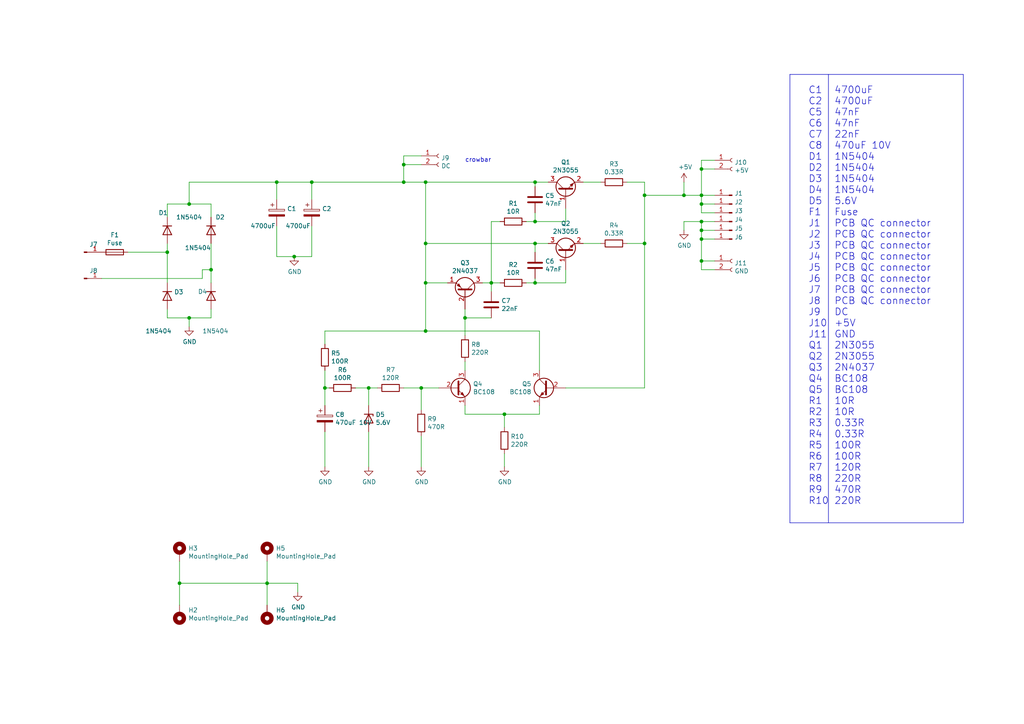
<source format=kicad_sch>
(kicad_sch (version 20211123) (generator eeschema)
  (paper "A4")
  (title_block (title "Educ 8 PSU") (date "2019-07-22") (rev "1") (company "Gwyllym Suter"))
  (lib_symbols
    (symbol "Connector:Conn_01x01_Male" (pin_names (offset 1.016) hide)
      (property "Reference" "J" (at 0 2.54 0))
      (property "Value" "Conn_01x01_Male" (at 0 -2.54 0))
      (symbol "Conn_01x01_Male_1_1"
        (polyline (pts (xy 1.27 0) (xy 0.8636 0)) (stroke (width 0.1524)))
        (rectangle (start 0.8636 0.127) (end 0 -0.127) (stroke (width 0.1524)) (fill (type outline)))
        (pin passive line (at 5.08 0 180) (length 3.81) (name "Pin_1") (number "1"))
      )
    )
    (symbol "Connector:Conn_01x02_Female" (pin_names (offset 1.016) hide)
      (property "Reference" "J" (at 0 2.54 0))
      (property "Value" "Conn_01x02_Female" (at 0 -5.08 0))
      (symbol "Conn_01x02_Female_1_1"
        (arc (start 0 -2.032) (mid -0.508 -2.54) (end 0 -3.048) (stroke (width 0.1524)))
        (polyline (pts (xy -1.27 -2.54) (xy -0.508 -2.54)) (stroke (width 0.1524)))
        (polyline (pts (xy -1.27 0) (xy -0.508 0)) (stroke (width 0.1524)))
        (arc (start 0 0.508) (mid -0.508 0) (end 0 -0.508) (stroke (width 0.1524)))
        (pin passive line (at -5.08 0 0) (length 3.81) (name "Pin_1") (number "1"))
        (pin passive line (at -5.08 -2.54 0) (length 3.81) (name "Pin_2") (number "2"))
      )
    )
    (symbol "Device:C" (pin_numbers hide) (pin_names (offset 0.254))
      (property "Reference" "C" (at 0.635 2.54 0))
      (property "Value" "C" (at 0.635 -2.54 0))
      (symbol "C_0_1"
        (polyline (pts (xy -2.032 -0.762) (xy 2.032 -0.762)) (stroke (width 0.508)))
        (polyline (pts (xy -2.032 0.762) (xy 2.032 0.762)) (stroke (width 0.508)))
      )
      (symbol "C_1_1"
        (pin passive line (at 0 3.81 270) (length 2.794) (name "~") (number "1"))
        (pin passive line (at 0 -3.81 90) (length 2.794) (name "~") (number "2"))
      )
    )
    (symbol "Device:D_Zener" (pin_numbers hide) (pin_names (offset 1.016) hide)
      (property "Reference" "D" (at 0 2.54 0))
      (property "Value" "D_Zener" (at 0 -2.54 0))
      (symbol "D_Zener_0_1"
        (polyline (pts (xy 1.27 0) (xy -1.27 0)))
        (polyline (pts (xy -1.27 -1.27) (xy -1.27 1.27) (xy -0.762 1.27)) (stroke (width 0.254)))
        (polyline (pts (xy 1.27 -1.27) (xy 1.27 1.27) (xy -1.27 0) (xy 1.27 -1.27)) (stroke (width 0.254)))
      )
      (symbol "D_Zener_1_1"
        (pin passive line (at -3.81 0 0) (length 2.54) (name "K") (number "1"))
        (pin passive line (at 3.81 0 180) (length 2.54) (name "A") (number "2"))
      )
    )
    (symbol "Device:Fuse" (pin_numbers hide) (pin_names (offset 0))
      (property "Reference" "F" (at 2.032 0 90))
      (property "Value" "Fuse" (at -1.905 0 90))
      (symbol "Fuse_0_1"
        (rectangle (start -0.762 -2.54) (end 0.762 2.54) (stroke (width 0.254)))
        (polyline (pts (xy 0 2.54) (xy 0 -2.54)))
      )
      (symbol "Fuse_1_1"
        (pin passive line (at 0 3.81 270) (length 1.27) (name "~") (number "1"))
        (pin passive line (at 0 -3.81 90) (length 1.27) (name "~") (number "2"))
      )
    )
    (symbol "Device:R" (pin_numbers hide) (pin_names (offset 0))
      (property "Reference" "R" (at 2.032 0 90))
      (property "Value" "R" (at 0 0 90))
      (symbol "R_0_1"
        (rectangle (start -1.016 -2.54) (end 1.016 2.54) (stroke (width 0.254)))
      )
      (symbol "R_1_1"
        (pin passive line (at 0 3.81 270) (length 1.27) (name "~") (number "1"))
        (pin passive line (at 0 -3.81 90) (length 1.27) (name "~") (number "2"))
      )
    )
    (symbol "Diode:1N5404" (pin_numbers hide) (pin_names hide)
      (property "Reference" "D" (at 0 2.54 0))
      (property "Value" "1N5404" (at 0 -2.54 0))
      (symbol "1N5404_0_1"
        (polyline (pts (xy -1.27 1.27) (xy -1.27 -1.27)) (stroke (width 0.254)))
        (polyline (pts (xy 1.27 0) (xy -1.27 0)))
        (polyline (pts (xy 1.27 1.27) (xy 1.27 -1.27) (xy -1.27 0) (xy 1.27 1.27)) (stroke (width 0.254)))
      )
      (symbol "1N5404_1_1"
        (pin passive line (at -3.81 0 0) (length 2.54) (name "K") (number "1"))
        (pin passive line (at 3.81 0 180) (length 2.54) (name "A") (number "2"))
      )
    )
    (symbol "EDUC-8-PSU-rescue:CP-Device" (pin_numbers hide) (pin_names (offset 0.254))
      (property "Reference" "C" (at 0.635 2.54 0))
      (property "Value" "CP-Device" (at 0.635 -2.54 0))
      (symbol "CP-Device_0_1"
        (rectangle (start -2.286 0.508) (end 2.286 1.016))
        (polyline (pts (xy -1.778 2.286) (xy -0.762 2.286)))
        (polyline (pts (xy -1.27 2.794) (xy -1.27 1.778)))
        (rectangle (start 2.286 -0.508) (end -2.286 -1.016) (fill (type outline)))
      )
      (symbol "CP-Device_1_1"
        (pin passive line (at 0 3.81 270) (length 2.794) (name "~") (number "1"))
        (pin passive line (at 0 -3.81 90) (length 2.794) (name "~") (number "2"))
      )
    )
    (symbol "Mechanical:MountingHole_Pad" (pin_numbers hide) (pin_names (offset 1.016) hide)
      (property "Reference" "H" (at 0 6.35 0))
      (property "Value" "MountingHole_Pad" (at 0 4.445 0))
      (symbol "MountingHole_Pad_0_1"
        (circle (center 0 1.27) (radius 1.27) (stroke (width 1.27)))
      )
      (symbol "MountingHole_Pad_1_1"
        (pin input line (at 0 -2.54 90) (length 2.54) (name "1") (number "1"))
      )
    )
    (symbol "Transistor_BJT:2N3055" (pin_names (offset 0) hide)
      (property "Reference" "Q" (at 5.08 1.905 0))
      (property "Value" "2N3055" (at 5.08 0 0))
      (symbol "2N3055_0_1"
        (polyline (pts (xy 0.635 0.635) (xy 2.54 2.54)))
        (polyline (pts (xy 0.635 -0.635) (xy 2.54 -2.54) (xy 2.54 -2.54)))
        (polyline (pts (xy 0.635 1.905) (xy 0.635 -1.905) (xy 0.635 -1.905)) (stroke (width 0.508)))
        (polyline (pts (xy 1.27 -1.778) (xy 1.778 -1.27) (xy 2.286 -2.286) (xy 1.27 -1.778) (xy 1.27 -1.778)) (fill (type outline)))
        (circle (center 1.27 0) (radius 2.8194) (stroke (width 0.254)))
      )
      (symbol "2N3055_1_1"
        (pin input line (at -5.08 0 0) (length 5.715) (name "B") (number "1"))
        (pin passive line (at 2.54 -5.08 90) (length 2.54) (name "E") (number "2"))
        (pin passive line (at 2.54 5.08 270) (length 2.54) (name "C") (number "3"))
      )
    )
    (symbol "Transistor_BJT:2N3905" (pin_names (offset 0) hide)
      (property "Reference" "Q" (at 5.08 1.905 0))
      (property "Value" "2N3905" (at 5.08 0 0))
      (symbol "2N3905_0_1"
        (polyline (pts (xy 0.635 0.635) (xy 2.54 2.54)))
        (polyline (pts (xy 0.635 -0.635) (xy 2.54 -2.54) (xy 2.54 -2.54)))
        (polyline (pts (xy 0.635 1.905) (xy 0.635 -1.905) (xy 0.635 -1.905)) (stroke (width 0.508)))
        (polyline (pts (xy 2.286 -1.778) (xy 1.778 -2.286) (xy 1.27 -1.27) (xy 2.286 -1.778) (xy 2.286 -1.778)) (fill (type outline)))
        (circle (center 1.27 0) (radius 2.8194) (stroke (width 0.254)))
      )
      (symbol "2N3905_1_1"
        (pin passive line (at 2.54 -5.08 90) (length 2.54) (name "E") (number "1"))
        (pin input line (at -5.08 0 0) (length 5.715) (name "B") (number "2"))
        (pin passive line (at 2.54 5.08 270) (length 2.54) (name "C") (number "3"))
      )
    )
    (symbol "Transistor_BJT:BC108" (pin_names (offset 0) hide)
      (property "Reference" "Q" (at 5.08 1.905 0))
      (property "Value" "BC108" (at 5.08 0 0))
      (symbol "BC108_0_1"
        (polyline (pts (xy 0.635 0.635) (xy 2.54 2.54)))
        (polyline (pts (xy 0.635 -0.635) (xy 2.54 -2.54) (xy 2.54 -2.54)))
        (polyline (pts (xy 0.635 1.905) (xy 0.635 -1.905) (xy 0.635 -1.905)) (stroke (width 0.508)))
        (polyline (pts (xy 1.27 -1.778) (xy 1.778 -1.27) (xy 2.286 -2.286) (xy 1.27 -1.778) (xy 1.27 -1.778)) (fill (type outline)))
        (circle (center 1.27 0) (radius 2.8194) (stroke (width 0.254)))
      )
      (symbol "BC108_1_1"
        (pin passive line (at 2.54 -5.08 90) (length 2.54) (name "E") (number "1"))
        (pin input line (at -5.08 0 0) (length 5.715) (name "B") (number "2"))
        (pin passive line (at 2.54 5.08 270) (length 2.54) (name "C") (number "3"))
      )
    )
    (symbol "power:+5V" (power) (pin_names (offset 0))
      (property "Value" "+5V" (at 0 3.556 0))
      (symbol "+5V_0_1"
        (polyline (pts (xy -0.762 1.27) (xy 0 2.54)))
        (polyline (pts (xy 0 0) (xy 0 2.54)))
        (polyline (pts (xy 0 2.54) (xy 0.762 1.27)))
      )
      (symbol "+5V_1_1"
        (pin power_in line (at 0 0 90) (length 0) hide (name "+5V") (number "1"))
      )
    )
    (symbol "power:GND" (power) (pin_names (offset 0))
      (property "Value" "GND" (at 0 -3.81 0))
      (symbol "GND_0_1"
        (polyline (pts (xy 0 0) (xy 0 -1.27) (xy 1.27 -1.27) (xy 0 -2.54) (xy -1.27 -1.27) (xy 0 -1.27)))
      )
      (symbol "GND_1_1"
        (pin power_in line (at 0 0 270) (length 0) hide (name "GND") (number "1"))
      )
    )
  )
  (junction (at 142.494 82.042))
  (junction (at 117.094 47.752))
  (junction (at 123.444 82.042))
  (junction (at 122.174 112.522))
  (junction (at 134.874 92.202))
  (junction (at 203.454 64.262))
  (junction (at 85.344 74.422))
  (junction (at 123.444 52.832))
  (junction (at 155.194 52.832))
  (junction (at 203.454 59.182))
  (junction (at 54.864 92.202))
  (junction (at 186.944 70.612))
  (junction (at 203.454 56.642))
  (junction (at 90.424 52.832))
  (junction (at 155.194 82.042))
  (junction (at 77.47 169.164))
  (junction (at 52.07 169.164))
  (junction (at 155.194 70.612))
  (junction (at 123.444 96.012))
  (junction (at 48.514 73.152))
  (junction (at 106.934 112.522))
  (junction (at 203.454 75.692))
  (junction (at 123.444 70.612))
  (junction (at 146.304 120.142))
  (junction (at 54.864 59.182))
  (junction (at 80.264 52.832))
  (junction (at 203.454 49.022))
  (junction (at 198.374 56.642))
  (junction (at 203.454 66.802))
  (junction (at 61.214 78.232))
  (junction (at 203.454 69.342))
  (junction (at 186.944 56.642))
  (junction (at 117.094 52.832))
  (junction (at 155.194 64.262))
  (junction (at 94.234 112.522))
  (wire (pts (xy 106.934 125.222) (xy 106.934 135.382)))
  (wire (pts (xy 155.194 54.102) (xy 155.194 52.832)))
  (wire (pts (xy 122.174 45.212) (xy 117.094 45.212)))
  (wire (pts (xy 103.124 112.522) (xy 106.934 112.522)))
  (polyline (pts (xy 229.108 21.59) (xy 229.108 151.638)) (stroke (width 0) (type solid)))
  (wire (pts (xy 203.454 56.642) (xy 207.264 56.642)))
  (wire (pts (xy 156.464 117.602) (xy 156.464 120.142)))
  (wire (pts (xy 156.464 96.012) (xy 123.444 96.012)))
  (wire (pts (xy 203.454 64.262) (xy 207.264 64.262)))
  (wire (pts (xy 122.174 118.872) (xy 122.174 112.522)))
  (wire (pts (xy 134.874 92.202) (xy 134.874 89.662)))
  (wire (pts (xy 48.514 92.202) (xy 54.864 92.202)))
  (wire (pts (xy 123.444 70.612) (xy 123.444 82.042)))
  (wire (pts (xy 85.344 74.422) (xy 90.424 74.422)))
  (wire (pts (xy 48.514 70.612) (xy 48.514 73.152)))
  (wire (pts (xy 181.864 52.832) (xy 186.944 52.832)))
  (wire (pts (xy 106.934 117.602) (xy 106.934 112.522)))
  (wire (pts (xy 156.464 107.442) (xy 156.464 96.012)))
  (wire (pts (xy 123.444 82.042) (xy 123.444 96.012)))
  (polyline (pts (xy 229.108 151.638) (xy 279.4 151.638)) (stroke (width 0) (type solid)))
  (wire (pts (xy 106.934 112.522) (xy 109.474 112.522)))
  (wire (pts (xy 77.47 169.164) (xy 77.47 175.514)))
  (wire (pts (xy 61.214 62.992) (xy 61.214 59.182)))
  (wire (pts (xy 159.004 70.612) (xy 155.194 70.612)))
  (wire (pts (xy 186.944 70.612) (xy 186.944 112.522)))
  (wire (pts (xy 207.264 59.182) (xy 203.454 59.182)))
  (wire (pts (xy 134.874 104.902) (xy 134.874 107.442)))
  (wire (pts (xy 54.864 52.832) (xy 54.864 59.182)))
  (wire (pts (xy 146.304 120.142) (xy 134.874 120.142)))
  (wire (pts (xy 80.264 65.532) (xy 80.264 74.422)))
  (wire (pts (xy 122.174 112.522) (xy 127.254 112.522)))
  (wire (pts (xy 198.374 64.262) (xy 198.374 66.802)))
  (wire (pts (xy 145.034 64.262) (xy 142.494 64.262)))
  (wire (pts (xy 54.864 94.742) (xy 54.864 92.202)))
  (wire (pts (xy 123.444 96.012) (xy 94.234 96.012)))
  (wire (pts (xy 134.874 120.142) (xy 134.874 117.602)))
  (wire (pts (xy 58.674 80.772) (xy 58.674 78.232)))
  (wire (pts (xy 90.424 52.832) (xy 80.264 52.832)))
  (wire (pts (xy 152.654 64.262) (xy 155.194 64.262)))
  (wire (pts (xy 139.954 82.042) (xy 142.494 82.042)))
  (wire (pts (xy 203.454 69.342) (xy 203.454 75.692)))
  (wire (pts (xy 29.464 80.772) (xy 58.674 80.772)))
  (wire (pts (xy 54.864 59.182) (xy 61.214 59.182)))
  (wire (pts (xy 117.094 112.522) (xy 122.174 112.522)))
  (wire (pts (xy 90.424 52.832) (xy 117.094 52.832)))
  (wire (pts (xy 203.454 59.182) (xy 203.454 56.642)))
  (wire (pts (xy 198.374 56.642) (xy 198.374 52.832)))
  (wire (pts (xy 203.454 75.692) (xy 203.454 78.232)))
  (wire (pts (xy 122.174 135.382) (xy 122.174 126.492)))
  (wire (pts (xy 186.944 52.832) (xy 186.944 56.642)))
  (wire (pts (xy 86.36 169.164) (xy 86.36 171.704)))
  (wire (pts (xy 207.264 46.482) (xy 203.454 46.482)))
  (polyline (pts (xy 240.284 21.59) (xy 240.284 151.638)) (stroke (width 0) (type solid)))
  (wire (pts (xy 94.234 117.602) (xy 94.234 112.522)))
  (wire (pts (xy 155.194 82.042) (xy 152.654 82.042)))
  (wire (pts (xy 186.944 70.612) (xy 181.864 70.612)))
  (wire (pts (xy 94.234 96.012) (xy 94.234 99.822)))
  (wire (pts (xy 61.214 89.662) (xy 61.214 92.202)))
  (wire (pts (xy 54.864 92.202) (xy 61.214 92.202)))
  (wire (pts (xy 117.094 52.832) (xy 123.444 52.832)))
  (wire (pts (xy 117.094 47.752) (xy 117.094 52.832)))
  (wire (pts (xy 90.424 65.532) (xy 90.424 74.422)))
  (wire (pts (xy 207.264 75.692) (xy 203.454 75.692)))
  (wire (pts (xy 203.454 61.722) (xy 203.454 59.182)))
  (wire (pts (xy 58.674 78.232) (xy 61.214 78.232)))
  (wire (pts (xy 142.494 64.262) (xy 142.494 82.042)))
  (wire (pts (xy 80.264 52.832) (xy 54.864 52.832)))
  (wire (pts (xy 48.514 62.992) (xy 48.514 59.182)))
  (wire (pts (xy 207.264 49.022) (xy 203.454 49.022)))
  (wire (pts (xy 52.07 169.164) (xy 77.47 169.164)))
  (wire (pts (xy 77.47 169.164) (xy 77.47 162.814)))
  (wire (pts (xy 123.444 52.832) (xy 155.194 52.832)))
  (wire (pts (xy 198.374 56.642) (xy 203.454 56.642)))
  (polyline (pts (xy 279.4 151.638) (xy 279.4 21.59)) (stroke (width 0) (type solid)))
  (wire (pts (xy 186.944 56.642) (xy 186.944 70.612)))
  (wire (pts (xy 159.004 52.832) (xy 155.194 52.832)))
  (wire (pts (xy 77.47 169.164) (xy 86.36 169.164)))
  (wire (pts (xy 203.454 49.022) (xy 203.454 56.642)))
  (wire (pts (xy 142.494 92.202) (xy 134.874 92.202)))
  (wire (pts (xy 169.164 52.832) (xy 174.244 52.832)))
  (wire (pts (xy 52.07 175.514) (xy 52.07 169.164)))
  (wire (pts (xy 80.264 57.912) (xy 80.264 52.832)))
  (wire (pts (xy 164.084 64.262) (xy 164.084 60.452)))
  (wire (pts (xy 186.944 112.522) (xy 164.084 112.522)))
  (wire (pts (xy 155.194 70.612) (xy 123.444 70.612)))
  (wire (pts (xy 198.374 64.262) (xy 203.454 64.262)))
  (wire (pts (xy 142.494 82.042) (xy 145.034 82.042)))
  (wire (pts (xy 90.424 57.912) (xy 90.424 52.832)))
  (wire (pts (xy 203.454 78.232) (xy 207.264 78.232)))
  (wire (pts (xy 155.194 61.722) (xy 155.194 64.262)))
  (wire (pts (xy 48.514 59.182) (xy 54.864 59.182)))
  (wire (pts (xy 80.264 74.422) (xy 85.344 74.422)))
  (wire (pts (xy 52.07 169.164) (xy 52.07 162.814)))
  (wire (pts (xy 146.304 123.952) (xy 146.304 120.142)))
  (wire (pts (xy 155.194 64.262) (xy 164.084 64.262)))
  (wire (pts (xy 207.264 61.722) (xy 203.454 61.722)))
  (wire (pts (xy 155.194 73.152) (xy 155.194 70.612)))
  (wire (pts (xy 123.444 82.042) (xy 129.794 82.042)))
  (wire (pts (xy 94.234 112.522) (xy 95.504 112.522)))
  (wire (pts (xy 61.214 70.612) (xy 61.214 78.232)))
  (wire (pts (xy 48.514 89.662) (xy 48.514 92.202)))
  (wire (pts (xy 146.304 135.382) (xy 146.304 131.572)))
  (wire (pts (xy 164.084 82.042) (xy 155.194 82.042)))
  (wire (pts (xy 155.194 80.772) (xy 155.194 82.042)))
  (wire (pts (xy 207.264 69.342) (xy 203.454 69.342)))
  (polyline (pts (xy 229.108 21.59) (xy 279.4 21.59)) (stroke (width 0) (type solid)))
  (wire (pts (xy 48.514 73.152) (xy 48.514 82.042)))
  (wire (pts (xy 94.234 107.442) (xy 94.234 112.522)))
  (wire (pts (xy 203.454 69.342) (xy 203.454 66.802)))
  (wire (pts (xy 198.374 56.642) (xy 186.944 56.642)))
  (wire (pts (xy 61.214 78.232) (xy 61.214 82.042)))
  (wire (pts (xy 207.264 66.802) (xy 203.454 66.802)))
  (wire (pts (xy 117.094 45.212) (xy 117.094 47.752)))
  (wire (pts (xy 164.084 78.232) (xy 164.084 82.042)))
  (wire (pts (xy 134.874 92.202) (xy 134.874 97.282)))
  (wire (pts (xy 203.454 46.482) (xy 203.454 49.022)))
  (wire (pts (xy 203.454 66.802) (xy 203.454 64.262)))
  (wire (pts (xy 122.174 47.752) (xy 117.094 47.752)))
  (wire (pts (xy 37.084 73.152) (xy 48.514 73.152)))
  (wire (pts (xy 169.164 70.612) (xy 174.244 70.612)))
  (wire (pts (xy 156.464 120.142) (xy 146.304 120.142)))
  (wire (pts (xy 123.444 52.832) (xy 123.444 70.612)))
  (wire (pts (xy 142.494 82.042) (xy 142.494 84.582)))
  (wire (pts (xy 94.234 135.382) (xy 94.234 125.222)))
  (text "C1	4700uF\nC2	4700uF\nC5	47nF\nC6	47nF\nC7	22nF\nC8	470uF 10V\nD1	1N5404\nD2	1N5404\nD3	1N5404\nD4	1N5404\nD5	5.6V\nF1	Fuse\nJ1	PCB QC connector\nJ2	PCB QC connector\nJ3	PCB QC connector\nJ4	PCB QC connector\nJ5	PCB QC connector\nJ6	PCB QC connector\nJ7	PCB QC connector\nJ8	PCB QC connector\nJ9	DC\nJ10	+5V\nJ11	GND\nQ1	2N3055\nQ2	2N3055\nQ3	2N4037\nQ4	BC108\nQ5	BC108\nR1	10R\nR2	10R\nR3	0.33R\nR4	0.33R\nR5	100R\nR6	100R\nR7	120R\nR8	220R\nR9	470R\nR10	220R\n" (at 234.442 146.558 0) (effects (font (size 2 2)) (justify left bottom)))
  (text "crowbar\n" (at 134.874 47.244 0) (effects (font (size 1.27 1.27)) (justify left bottom)))
  (symbol (lib_id "Transistor_BJT:2N3055") (at 164.084 55.372 90) (unit 1)
    (property "Reference" "Q1" (at 164.084 47.0408 90))
    (property "Value" "2N3055" (at 164.084 49.3522 90))
    (property "Footprint" "Package_TO_SOT_THT:TO-3" (effects hide))
    (property "Datasheet" "http://www.onsemi.com/pub_link/Collateral/2N3055-D.PDF" (effects hide))
  )
  (symbol (lib_id "Transistor_BJT:2N3055") (at 164.084 73.152 90) (unit 1)
    (property "Reference" "Q2" (at 164.084 64.8208 90))
    (property "Value" "2N3055" (at 164.084 67.1322 90))
    (property "Footprint" "Package_TO_SOT_THT:TO-3" (effects hide))
    (property "Datasheet" "http://www.onsemi.com/pub_link/Collateral/2N3055-D.PDF" (effects hide))
  )
  (symbol (lib_id "Device:R") (at 178.054 52.832 270) (unit 1)
    (property "Reference" "R3" (at 178.054 47.5742 90))
    (property "Value" "0.33R" (at 178.054 49.8856 90))
    (property "Footprint" "Resistor_THT:R_Axial_Power_L25.0mm_W9.0mm_P30.48mm" (effects hide))
  )
  (symbol (lib_id "Device:R") (at 178.054 70.612 270) (unit 1)
    (property "Reference" "R4" (at 178.054 65.3542 90))
    (property "Value" "0.33R" (at 178.054 67.6656 90))
    (property "Footprint" "Resistor_THT:R_Axial_Power_L25.0mm_W9.0mm_P30.48mm" (effects hide))
  )
  (symbol (lib_id "Device:R") (at 148.844 64.262 270) (unit 1)
    (property "Reference" "R1" (at 148.844 59.0042 90))
    (property "Value" "10R" (at 148.844 61.3156 90))
    (property "Footprint" "Resistor_THT:R_Axial_DIN0411_L9.9mm_D3.6mm_P15.24mm_Horizontal" (effects hide))
  )
  (symbol (lib_id "Device:R") (at 148.844 82.042 270) (unit 1)
    (property "Reference" "R2" (at 148.844 76.7842 90))
    (property "Value" "10R" (at 148.844 79.0956 90))
    (property "Footprint" "Resistor_THT:R_Axial_DIN0411_L9.9mm_D3.6mm_P15.24mm_Horizontal" (effects hide))
  )
  (symbol (lib_id "Transistor_BJT:2N3905") (at 134.874 84.582 270) (mirror x) (unit 1)
    (property "Reference" "Q3" (at 134.874 76.2508 90))
    (property "Value" "2N4037" (at 134.874 78.5622 90))
    (property "Footprint" "Package_TO_SOT_THT:TO-39-3" (effects hide))
    (property "Datasheet" "https://my.centralsemi.com/get_document.php?cmp=1&mergetype=pd&mergepath=pd&pdf_id=2n4036.PDF" (effects hide))
  )
  (symbol (lib_id "Device:C") (at 155.194 76.962 0) (unit 1)
    (property "Reference" "C6" (at 158.115 75.7936 0) (effects (justify left)))
    (property "Value" "47nF" (at 158.115 78.105 0) (effects (justify left)))
    (property "Footprint" "Capacitor_THT:C_Rect_L7.2mm_W3.5mm_P5.00mm_FKS2_FKP2_MKS2_MKP2" (effects hide))
  )
  (symbol (lib_id "Device:C") (at 155.194 57.912 0) (unit 1)
    (property "Reference" "C5" (at 158.115 56.7436 0) (effects (justify left)))
    (property "Value" "47nF" (at 158.115 59.055 0) (effects (justify left)))
    (property "Footprint" "Capacitor_THT:C_Rect_L7.2mm_W3.5mm_P5.00mm_FKS2_FKP2_MKS2_MKP2" (effects hide))
  )
  (symbol (lib_id "Transistor_BJT:BC108") (at 132.334 112.522 0) (unit 1)
    (property "Reference" "Q4" (at 137.1854 111.3536 0) (effects (justify left)))
    (property "Value" "BC108" (at 137.1854 113.665 0) (effects (justify left)))
    (property "Footprint" "Package_TO_SOT_THT:TO-18-3" (effects hide))
    (property "Datasheet" "http://www.b-kainka.de/Daten/Transistor/BC108.pdf" (effects hide))
  )
  (symbol (lib_id "Transistor_BJT:BC108") (at 159.004 112.522 0) (mirror y) (unit 1)
    (property "Reference" "Q5" (at 154.1526 111.3536 0) (effects (justify left)))
    (property "Value" "BC108" (at 154.1526 113.665 0) (effects (justify left)))
    (property "Footprint" "Package_TO_SOT_THT:TO-18-3" (effects hide))
    (property "Datasheet" "http://www.b-kainka.de/Daten/Transistor/BC108.pdf" (effects hide))
  )
  (symbol (lib_id "Device:R") (at 134.874 101.092 0) (unit 1)
    (property "Reference" "R8" (at 136.652 99.9236 0) (effects (justify left)))
    (property "Value" "220R" (at 136.652 102.235 0) (effects (justify left)))
    (property "Footprint" "Resistor_THT:R_Axial_DIN0309_L9.0mm_D3.2mm_P12.70mm_Horizontal" (effects hide))
  )
  (symbol (lib_id "Device:C") (at 142.494 88.392 0) (unit 1)
    (property "Reference" "C7" (at 145.415 87.2236 0) (effects (justify left)))
    (property "Value" "22nF" (at 145.415 89.535 0) (effects (justify left)))
    (property "Footprint" "Capacitor_THT:C_Rect_L7.0mm_W6.0mm_P5.00mm" (effects hide))
  )
  (symbol (lib_id "Device:R") (at 146.304 127.762 0) (unit 1)
    (property "Reference" "R10" (at 148.082 126.5936 0) (effects (justify left)))
    (property "Value" "220R" (at 148.082 128.905 0) (effects (justify left)))
    (property "Footprint" "Resistor_THT:R_Axial_DIN0309_L9.0mm_D3.2mm_P12.70mm_Horizontal" (effects hide))
  )
  (symbol (lib_id "Device:R") (at 122.174 122.682 0) (unit 1)
    (property "Reference" "R9" (at 123.952 121.5136 0) (effects (justify left)))
    (property "Value" "470R" (at 123.952 123.825 0) (effects (justify left)))
    (property "Footprint" "Resistor_THT:R_Axial_DIN0309_L9.0mm_D3.2mm_P12.70mm_Horizontal" (effects hide))
  )
  (symbol (lib_id "Device:R") (at 113.284 112.522 270) (unit 1)
    (property "Reference" "R7" (at 113.284 107.2642 90))
    (property "Value" "120R" (at 113.284 109.5756 90))
    (property "Footprint" "Resistor_THT:R_Axial_DIN0309_L9.0mm_D3.2mm_P12.70mm_Horizontal" (effects hide))
  )
  (symbol (lib_id "Device:R") (at 99.314 112.522 270) (unit 1)
    (property "Reference" "R6" (at 99.314 107.2642 90))
    (property "Value" "100R" (at 99.314 109.5756 90))
    (property "Footprint" "Resistor_THT:R_Axial_DIN0309_L9.0mm_D3.2mm_P12.70mm_Horizontal" (effects hide))
  )
  (symbol (lib_id "Device:R") (at 94.234 103.632 0) (unit 1)
    (property "Reference" "R5" (at 96.012 102.4636 0) (effects (justify left)))
    (property "Value" "100R" (at 96.012 104.775 0) (effects (justify left)))
    (property "Footprint" "Resistor_THT:R_Axial_DIN0309_L9.0mm_D3.2mm_P12.70mm_Horizontal" (effects hide))
  )
  (symbol (lib_id "Device:D_Zener") (at 106.934 121.412 270) (unit 1)
    (property "Reference" "D5" (at 108.9406 120.2436 90) (effects (justify left)))
    (property "Value" "5.6V" (at 108.9406 122.555 90) (effects (justify left)))
    (property "Footprint" "Diode_THT:D_DO-41_SOD81_P10.16mm_Horizontal" (effects hide))
  )
  (symbol (lib_id "EDUC-8-PSU-rescue:CP-Device") (at 94.234 121.412 0) (unit 1)
    (property "Reference" "C8" (at 97.2312 120.2436 0) (effects (justify left)))
    (property "Value" "470uF 10V" (at 97.2312 122.555 0) (effects (justify left)))
    (property "Footprint" "Capacitor_THT:CP_Radial_D12.5mm_P5.00mm" (effects hide))
  )
  (symbol (lib_id "Diode:1N5404") (at 61.214 66.802 270) (unit 1)
    (property "Reference" "D2" (at 62.484 62.992 90) (effects (justify left)))
    (property "Value" "1N5404" (at 53.594 71.882 90) (effects (justify left)))
    (property "Footprint" "Diode_THT:D_DO-201AD_P15.24mm_Horizontal" (effects hide))
    (property "Datasheet" "http://www.vishay.com/docs/88516/1n5400.pdf" (effects hide))
  )
  (symbol (lib_id "Diode:1N5404") (at 61.214 85.852 270) (unit 1)
    (property "Reference" "D4" (at 57.404 84.582 90) (effects (justify left)))
    (property "Value" "1N5404" (at 58.674 96.012 90) (effects (justify left)))
    (property "Footprint" "Diode_THT:D_DO-201AD_P15.24mm_Horizontal" (effects hide))
    (property "Datasheet" "http://www.vishay.com/docs/88516/1n5400.pdf" (effects hide))
  )
  (symbol (lib_id "Diode:1N5404") (at 48.514 66.802 270) (unit 1)
    (property "Reference" "D1" (at 45.974 61.722 90) (effects (justify left)))
    (property "Value" "1N5404" (at 51.054 62.992 90) (effects (justify left)))
    (property "Footprint" "Diode_THT:D_DO-201AD_P15.24mm_Horizontal" (effects hide))
    (property "Datasheet" "http://www.vishay.com/docs/88516/1n5400.pdf" (effects hide))
  )
  (symbol (lib_id "Diode:1N5404") (at 48.514 85.852 270) (unit 1)
    (property "Reference" "D3" (at 50.5206 84.6836 90) (effects (justify left)))
    (property "Value" "1N5404" (at 42.164 96.012 90) (effects (justify left)))
    (property "Footprint" "Diode_THT:D_DO-201AD_P15.24mm_Horizontal" (effects hide))
    (property "Datasheet" "http://www.vishay.com/docs/88516/1n5400.pdf" (effects hide))
  )
  (symbol (lib_id "EDUC-8-PSU-rescue:CP-Device") (at 90.424 61.722 0) (unit 1)
    (property "Reference" "C2" (at 93.4212 60.5536 0) (effects (justify left)))
    (property "Value" "4700uF" (at 82.804 65.532 0) (effects (justify left)))
    (property "Footprint" "Capacitor_THT:CP_Radial_D25.0mm_P10.00mm_SnapIn" (effects hide))
  )
  (symbol (lib_id "EDUC-8-PSU-rescue:CP-Device") (at 80.264 61.722 0) (unit 1)
    (property "Reference" "C1" (at 83.2612 60.5536 0) (effects (justify left)))
    (property "Value" "4700uF" (at 72.644 65.532 0) (effects (justify left)))
    (property "Footprint" "Capacitor_THT:CP_Radial_D25.0mm_P10.00mm_SnapIn" (effects hide))
  )
  (symbol (lib_id "power:+5V") (at 198.374 52.832 0) (unit 1)
    (property "Reference" "#PWR0107" (effects hide))
    (property "Value" "+5V" (at 198.755 48.4378 0))
  )
  (symbol (lib_id "power:GND") (at 54.864 94.742 0) (unit 1)
    (property "Reference" "#PWR0101" (effects hide))
    (property "Value" "GND" (at 54.991 99.1362 0))
  )
  (symbol (lib_id "power:GND") (at 85.344 74.422 0) (unit 1)
    (property "Reference" "#PWR0102" (effects hide))
    (property "Value" "GND" (at 85.471 78.8162 0))
  )
  (symbol (lib_id "power:GND") (at 94.234 135.382 0) (unit 1)
    (property "Reference" "#PWR0103" (effects hide))
    (property "Value" "GND" (at 94.361 139.7762 0))
  )
  (symbol (lib_id "power:GND") (at 106.934 135.382 0) (unit 1)
    (property "Reference" "#PWR0104" (effects hide))
    (property "Value" "GND" (at 107.061 139.7762 0))
  )
  (symbol (lib_id "power:GND") (at 122.174 135.382 0) (unit 1)
    (property "Reference" "#PWR0105" (effects hide))
    (property "Value" "GND" (at 122.301 139.7762 0))
  )
  (symbol (lib_id "power:GND") (at 146.304 135.382 0) (unit 1)
    (property "Reference" "#PWR0106" (effects hide))
    (property "Value" "GND" (at 146.431 139.7762 0))
  )
  (symbol (lib_id "power:GND") (at 198.374 66.802 0) (unit 1)
    (property "Reference" "#PWR0108" (effects hide))
    (property "Value" "GND" (at 198.501 71.1962 0))
  )
  (symbol (lib_id "Mechanical:MountingHole_Pad") (at 52.07 160.274 0) (unit 1)
    (property "Reference" "H3" (at 54.61 159.0294 0) (effects (justify left)))
    (property "Value" "MountingHole_Pad" (at 54.61 161.3408 0) (effects (justify left)))
    (property "Footprint" "MountingHole:MountingHole_4.3mm_M4_Pad_Via" (effects hide))
  )
  (symbol (lib_id "Mechanical:MountingHole_Pad") (at 77.47 160.274 0) (unit 1)
    (property "Reference" "H5" (at 80.01 159.0294 0) (effects (justify left)))
    (property "Value" "MountingHole_Pad" (at 80.01 161.3408 0) (effects (justify left)))
    (property "Footprint" "MountingHole:MountingHole_4.3mm_M4_Pad_Via" (effects hide))
  )
  (symbol (lib_id "Mechanical:MountingHole_Pad") (at 77.47 178.054 180) (unit 1)
    (property "Reference" "H6" (at 80.01 176.9618 0) (effects (justify right)))
    (property "Value" "MountingHole_Pad" (at 80.01 179.2732 0) (effects (justify right)))
    (property "Footprint" "MountingHole:MountingHole_4.3mm_M4_Pad_Via" (effects hide))
  )
  (symbol (lib_id "Mechanical:MountingHole_Pad") (at 52.07 178.054 180) (unit 1)
    (property "Reference" "H2" (at 54.61 176.9618 0) (effects (justify right)))
    (property "Value" "MountingHole_Pad" (at 54.61 179.2732 0) (effects (justify right)))
    (property "Footprint" "MountingHole:MountingHole_4.3mm_M4_Pad_Via" (effects hide))
  )
  (symbol (lib_id "power:GND") (at 86.36 171.704 0) (unit 1)
    (property "Reference" "#PWR0109" (effects hide))
    (property "Value" "GND" (at 86.487 176.0982 0))
  )
  (symbol (lib_id "Connector:Conn_01x01_Male") (at 212.344 56.642 180) (unit 1)
    (property "Reference" "J1" (at 213.0552 56.0832 0) (effects (justify right)))
    (property "Value" "Conn_01x01_Male" (effects hide))
    (property "Footprint" "dBSound_library:QC_Terminal_PCB_W6.3mm_P5mm_" (effects hide))
  )
  (symbol (lib_id "Connector:Conn_01x01_Male") (at 212.344 59.182 180) (unit 1)
    (property "Reference" "J2" (at 213.0552 58.6232 0) (effects (justify right)))
    (property "Value" "Conn_01x01_Male" (effects hide))
    (property "Footprint" "dBSound_library:QC_Terminal_PCB_W6.3mm_P5mm_" (effects hide))
  )
  (symbol (lib_id "Connector:Conn_01x01_Male") (at 212.344 61.722 180) (unit 1)
    (property "Reference" "J3" (at 213.0552 61.1632 0) (effects (justify right)))
    (property "Value" "Conn_01x01_Male" (effects hide))
    (property "Footprint" "dBSound_library:QC_Terminal_PCB_W6.3mm_P5mm_" (effects hide))
  )
  (symbol (lib_id "Connector:Conn_01x01_Male") (at 212.344 64.262 180) (unit 1)
    (property "Reference" "J4" (at 213.0552 63.7032 0) (effects (justify right)))
    (property "Value" "Conn_01x01_Male" (effects hide))
    (property "Footprint" "dBSound_library:QC_Terminal_PCB_W6.3mm_P5mm_" (effects hide))
  )
  (symbol (lib_id "Connector:Conn_01x01_Male") (at 212.344 66.802 180) (unit 1)
    (property "Reference" "J5" (at 213.0552 66.2432 0) (effects (justify right)))
    (property "Value" "Conn_01x01_Male" (effects hide))
    (property "Footprint" "dBSound_library:QC_Terminal_PCB_W6.3mm_P5mm_" (effects hide))
  )
  (symbol (lib_id "Connector:Conn_01x01_Male") (at 212.344 69.342 180) (unit 1)
    (property "Reference" "J6" (at 213.0552 68.7832 0) (effects (justify right)))
    (property "Value" "Conn_01x01_Male" (effects hide))
    (property "Footprint" "dBSound_library:QC_Terminal_PCB_W6.3mm_P5mm_" (effects hide))
  )
  (symbol (lib_id "Connector:Conn_01x01_Male") (at 24.384 73.152 0) (unit 1)
    (property "Reference" "J7" (at 27.1272 70.8914 0))
    (property "Value" "Conn_01x01_Male" (effects hide))
    (property "Footprint" "dBSound_library:QC_Terminal_PCB_W6.3mm_P5mm_" (effects hide))
  )
  (symbol (lib_id "Connector:Conn_01x01_Male") (at 24.384 80.772 0) (unit 1)
    (property "Reference" "J8" (at 27.1272 78.5114 0))
    (property "Value" "Conn_01x01_Male" (effects hide))
    (property "Footprint" "dBSound_library:QC_Terminal_PCB_W6.3mm_P5mm_" (effects hide))
  )
  (symbol (lib_id "Device:Fuse") (at 33.274 73.152 270) (unit 1)
    (property "Reference" "F1" (at 33.274 68.1482 90))
    (property "Value" "Fuse" (at 33.274 70.4596 90))
    (property "Footprint" "Fuse:Fuseholder_Cylinder-6.3x32mm_Schurter_0031-8002_Horizontal_Open" (effects hide))
  )
  (symbol (lib_id "Connector:Conn_01x02_Female") (at 127.254 45.212 0) (unit 1)
    (property "Reference" "J9" (at 127.9652 45.8216 0) (effects (justify left)))
    (property "Value" "DC" (at 127.9652 48.133 0) (effects (justify left)))
    (property "Footprint" "Connector_PinSocket_2.54mm:PinSocket_2x01_P2.54mm_Vertical" (effects hide))
  )
  (symbol (lib_id "Connector:Conn_01x02_Female") (at 212.344 75.692 0) (unit 1)
    (property "Reference" "J11" (at 213.0552 76.3016 0) (effects (justify left)))
    (property "Value" "GND" (at 213.0552 78.613 0) (effects (justify left)))
    (property "Footprint" "Connector_PinSocket_2.54mm:PinSocket_2x01_P2.54mm_Vertical" (effects hide))
  )
  (symbol (lib_id "Connector:Conn_01x02_Female") (at 212.344 46.482 0) (unit 1)
    (property "Reference" "J10" (at 213.0552 47.0916 0) (effects (justify left)))
    (property "Value" "+5V" (at 213.0552 49.403 0) (effects (justify left)))
    (property "Footprint" "Connector_PinSocket_2.54mm:PinSocket_2x01_P2.54mm_Vertical" (effects hide))
  )
)
</source>
